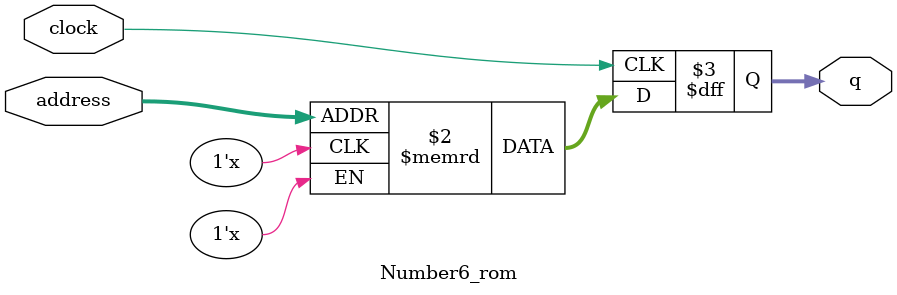
<source format=sv>
module Number6_rom (
	input logic clock,
	input logic [11:0] address,
	output logic [1:0] q
);

logic [1:0] memory [0:2499] /* synthesis ram_init_file = "./Number6/Number6.COE" */;

always_ff @ (posedge clock) begin
	q <= memory[address];
end

endmodule

</source>
